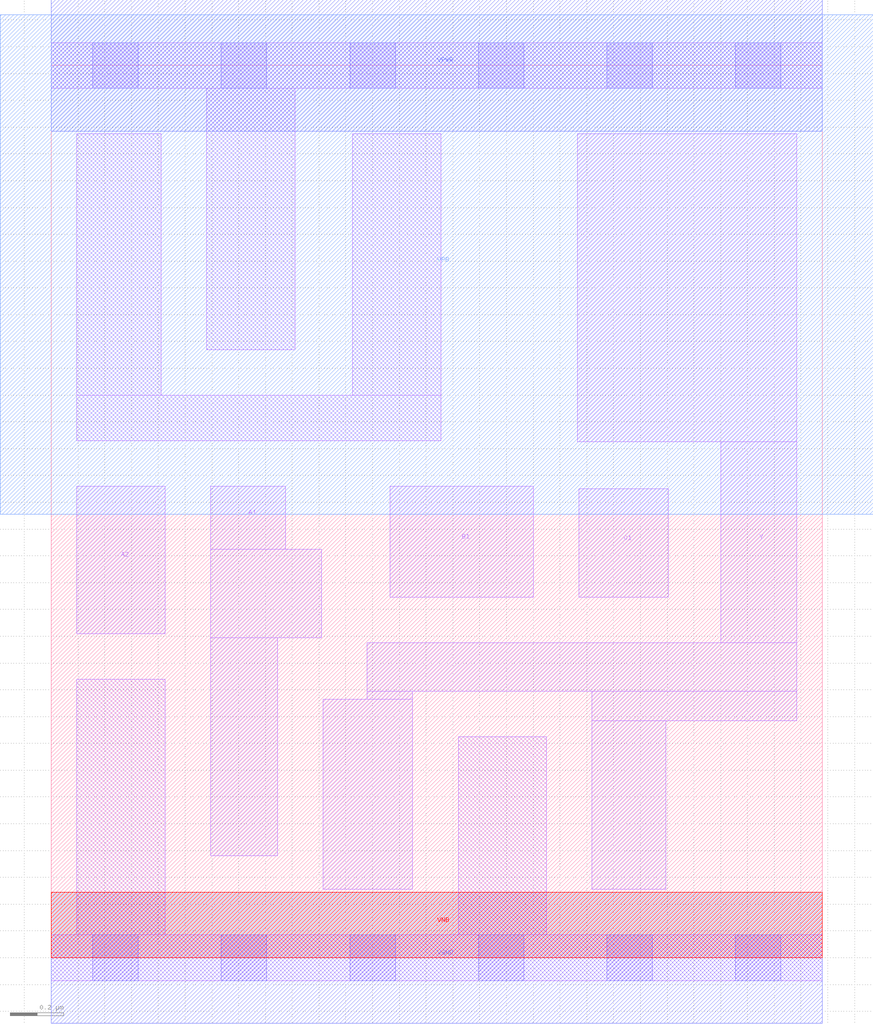
<source format=lef>
# Copyright 2020 The SkyWater PDK Authors
#
# Licensed under the Apache License, Version 2.0 (the "License");
# you may not use this file except in compliance with the License.
# You may obtain a copy of the License at
#
#     https://www.apache.org/licenses/LICENSE-2.0
#
# Unless required by applicable law or agreed to in writing, software
# distributed under the License is distributed on an "AS IS" BASIS,
# WITHOUT WARRANTIES OR CONDITIONS OF ANY KIND, either express or implied.
# See the License for the specific language governing permissions and
# limitations under the License.
#
# SPDX-License-Identifier: Apache-2.0

VERSION 5.7 ;
  NOWIREEXTENSIONATPIN ON ;
  DIVIDERCHAR "/" ;
  BUSBITCHARS "[]" ;
MACRO sky130_fd_sc_lp__a211oi_1
  CLASS CORE ;
  FOREIGN sky130_fd_sc_lp__a211oi_1 ;
  ORIGIN  0.000000  0.000000 ;
  SIZE  2.880000 BY  3.330000 ;
  SYMMETRY X Y R90 ;
  SITE unit ;
  PIN A1
    ANTENNAGATEAREA  0.315000 ;
    DIRECTION INPUT ;
    USE SIGNAL ;
    PORT
      LAYER li1 ;
        RECT 0.595000 0.380000 0.845000 1.195000 ;
        RECT 0.595000 1.195000 1.010000 1.525000 ;
        RECT 0.595000 1.525000 0.875000 1.760000 ;
    END
  END A1
  PIN A2
    ANTENNAGATEAREA  0.315000 ;
    DIRECTION INPUT ;
    USE SIGNAL ;
    PORT
      LAYER li1 ;
        RECT 0.095000 1.210000 0.425000 1.760000 ;
    END
  END A2
  PIN B1
    ANTENNAGATEAREA  0.315000 ;
    DIRECTION INPUT ;
    USE SIGNAL ;
    PORT
      LAYER li1 ;
        RECT 1.265000 1.345000 1.800000 1.760000 ;
    END
  END B1
  PIN C1
    ANTENNAGATEAREA  0.315000 ;
    DIRECTION INPUT ;
    USE SIGNAL ;
    PORT
      LAYER li1 ;
        RECT 1.970000 1.345000 2.305000 1.750000 ;
    END
  END C1
  PIN Y
    ANTENNADIFFAREA  0.884100 ;
    DIRECTION OUTPUT ;
    USE SIGNAL ;
    PORT
      LAYER li1 ;
        RECT 1.015000 0.255000 1.350000 0.965000 ;
        RECT 1.180000 0.965000 1.350000 0.995000 ;
        RECT 1.180000 0.995000 2.785000 1.175000 ;
        RECT 1.965000 1.925000 2.785000 3.075000 ;
        RECT 2.020000 0.255000 2.295000 0.885000 ;
        RECT 2.020000 0.885000 2.785000 0.995000 ;
        RECT 2.500000 1.175000 2.785000 1.925000 ;
    END
  END Y
  PIN VGND
    DIRECTION INOUT ;
    USE GROUND ;
    PORT
      LAYER met1 ;
        RECT 0.000000 -0.245000 2.880000 0.245000 ;
    END
  END VGND
  PIN VNB
    DIRECTION INOUT ;
    USE GROUND ;
    PORT
      LAYER pwell ;
        RECT 0.000000 0.000000 2.880000 0.245000 ;
    END
  END VNB
  PIN VPB
    DIRECTION INOUT ;
    USE POWER ;
    PORT
      LAYER nwell ;
        RECT -0.190000 1.655000 3.070000 3.520000 ;
    END
  END VPB
  PIN VPWR
    DIRECTION INOUT ;
    USE POWER ;
    PORT
      LAYER met1 ;
        RECT 0.000000 3.085000 2.880000 3.575000 ;
    END
  END VPWR
  OBS
    LAYER li1 ;
      RECT 0.000000 -0.085000 2.880000 0.085000 ;
      RECT 0.000000  3.245000 2.880000 3.415000 ;
      RECT 0.095000  0.085000 0.425000 1.040000 ;
      RECT 0.095000  1.930000 1.455000 2.100000 ;
      RECT 0.095000  2.100000 0.410000 3.075000 ;
      RECT 0.580000  2.270000 0.910000 3.245000 ;
      RECT 1.125000  2.100000 1.455000 3.075000 ;
      RECT 1.520000  0.085000 1.850000 0.825000 ;
    LAYER mcon ;
      RECT 0.155000 -0.085000 0.325000 0.085000 ;
      RECT 0.155000  3.245000 0.325000 3.415000 ;
      RECT 0.635000 -0.085000 0.805000 0.085000 ;
      RECT 0.635000  3.245000 0.805000 3.415000 ;
      RECT 1.115000 -0.085000 1.285000 0.085000 ;
      RECT 1.115000  3.245000 1.285000 3.415000 ;
      RECT 1.595000 -0.085000 1.765000 0.085000 ;
      RECT 1.595000  3.245000 1.765000 3.415000 ;
      RECT 2.075000 -0.085000 2.245000 0.085000 ;
      RECT 2.075000  3.245000 2.245000 3.415000 ;
      RECT 2.555000 -0.085000 2.725000 0.085000 ;
      RECT 2.555000  3.245000 2.725000 3.415000 ;
  END
END sky130_fd_sc_lp__a211oi_1
END LIBRARY

</source>
